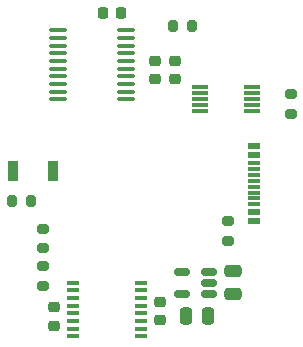
<source format=gbr>
%TF.GenerationSoftware,KiCad,Pcbnew,8.0.0*%
%TF.CreationDate,2024-05-17T03:14:28+03:00*%
%TF.ProjectId,pressure_sensor_logic,70726573-7375-4726-955f-73656e736f72,rev?*%
%TF.SameCoordinates,Original*%
%TF.FileFunction,Paste,Top*%
%TF.FilePolarity,Positive*%
%FSLAX46Y46*%
G04 Gerber Fmt 4.6, Leading zero omitted, Abs format (unit mm)*
G04 Created by KiCad (PCBNEW 8.0.0) date 2024-05-17 03:14:28*
%MOMM*%
%LPD*%
G01*
G04 APERTURE LIST*
G04 Aperture macros list*
%AMRoundRect*
0 Rectangle with rounded corners*
0 $1 Rounding radius*
0 $2 $3 $4 $5 $6 $7 $8 $9 X,Y pos of 4 corners*
0 Add a 4 corners polygon primitive as box body*
4,1,4,$2,$3,$4,$5,$6,$7,$8,$9,$2,$3,0*
0 Add four circle primitives for the rounded corners*
1,1,$1+$1,$2,$3*
1,1,$1+$1,$4,$5*
1,1,$1+$1,$6,$7*
1,1,$1+$1,$8,$9*
0 Add four rect primitives between the rounded corners*
20,1,$1+$1,$2,$3,$4,$5,0*
20,1,$1+$1,$4,$5,$6,$7,0*
20,1,$1+$1,$6,$7,$8,$9,0*
20,1,$1+$1,$8,$9,$2,$3,0*%
G04 Aperture macros list end*
%ADD10R,1.000000X0.400000*%
%ADD11RoundRect,0.225000X0.250000X-0.225000X0.250000X0.225000X-0.250000X0.225000X-0.250000X-0.225000X0*%
%ADD12RoundRect,0.100000X0.637500X0.100000X-0.637500X0.100000X-0.637500X-0.100000X0.637500X-0.100000X0*%
%ADD13RoundRect,0.250000X-0.250000X-0.475000X0.250000X-0.475000X0.250000X0.475000X-0.250000X0.475000X0*%
%ADD14RoundRect,0.150000X0.512500X0.150000X-0.512500X0.150000X-0.512500X-0.150000X0.512500X-0.150000X0*%
%ADD15RoundRect,0.225000X-0.250000X0.225000X-0.250000X-0.225000X0.250000X-0.225000X0.250000X0.225000X0*%
%ADD16RoundRect,0.250000X-0.475000X0.250000X-0.475000X-0.250000X0.475000X-0.250000X0.475000X0.250000X0*%
%ADD17RoundRect,0.200000X-0.275000X0.200000X-0.275000X-0.200000X0.275000X-0.200000X0.275000X0.200000X0*%
%ADD18RoundRect,0.200000X-0.200000X-0.275000X0.200000X-0.275000X0.200000X0.275000X-0.200000X0.275000X0*%
%ADD19RoundRect,0.200000X0.275000X-0.200000X0.275000X0.200000X-0.275000X0.200000X-0.275000X-0.200000X0*%
%ADD20R,1.400000X0.300000*%
%ADD21R,0.900000X1.700000*%
%ADD22RoundRect,0.225000X0.225000X0.250000X-0.225000X0.250000X-0.225000X-0.250000X0.225000X-0.250000X0*%
%ADD23R,1.140000X0.600000*%
%ADD24R,1.140000X0.300000*%
G04 APERTURE END LIST*
D10*
%TO.C,D1*%
X43900006Y-58300006D03*
X43900004Y-58950006D03*
X43900006Y-59600007D03*
X43900006Y-60250009D03*
X43899996Y-60899996D03*
X43900002Y-61550008D03*
X43900003Y-62200008D03*
X43900004Y-62850004D03*
X49700002Y-62850004D03*
X49700004Y-62200004D03*
X49700002Y-61550003D03*
X49700002Y-60900001D03*
X49700012Y-60250014D03*
X49700006Y-59600002D03*
X49700005Y-58950002D03*
X49700004Y-58300006D03*
%TD*%
D11*
%TO.C,C19*%
X52550002Y-41100003D03*
X52550002Y-39550001D03*
%TD*%
D12*
%TO.C,U4*%
X48400001Y-42775003D03*
X48400002Y-42125003D03*
X48400002Y-41475003D03*
X48400002Y-40825003D03*
X48400001Y-40175002D03*
X48400001Y-39525004D03*
X48400002Y-38875003D03*
X48400002Y-38225004D03*
X48400001Y-37575002D03*
X48400006Y-36925004D03*
X42675003Y-36925003D03*
X42675002Y-37575003D03*
X42675002Y-38225003D03*
X42675002Y-38875003D03*
X42675003Y-39525004D03*
X42675003Y-40175002D03*
X42675002Y-40825003D03*
X42675002Y-41475002D03*
X42675003Y-42125004D03*
X42674998Y-42775002D03*
%TD*%
D13*
%TO.C,C17*%
X53450004Y-61150005D03*
X55350002Y-61150005D03*
%TD*%
D14*
%TO.C,U3*%
X55450000Y-59300006D03*
X55450000Y-58350006D03*
X55450000Y-57400006D03*
X53175000Y-57400006D03*
X53175000Y-59300006D03*
%TD*%
D15*
%TO.C,C4*%
X51250003Y-59909878D03*
X51250003Y-61459880D03*
%TD*%
D16*
%TO.C,C16*%
X57450002Y-57350005D03*
X57450002Y-59250003D03*
%TD*%
D17*
%TO.C,R14*%
X41350002Y-56925003D03*
X41350002Y-58575003D03*
%TD*%
D18*
%TO.C,R9*%
X38750002Y-51425003D03*
X40400002Y-51425003D03*
%TD*%
D11*
%TO.C,C3*%
X42300002Y-61950003D03*
X42300002Y-60400001D03*
%TD*%
D19*
%TO.C,R1*%
X62350002Y-44000003D03*
X62350002Y-42350003D03*
%TD*%
D20*
%TO.C,U5*%
X59050007Y-43750001D03*
X59050002Y-43250003D03*
X59050002Y-42750003D03*
X59050004Y-42250007D03*
X59050003Y-41750002D03*
X54649997Y-41750005D03*
X54650002Y-42250003D03*
X54650002Y-42750003D03*
X54650000Y-43249999D03*
X54650001Y-43750004D03*
%TD*%
D21*
%TO.C,SW2*%
X38825002Y-48850003D03*
X42225002Y-48850003D03*
%TD*%
D19*
%TO.C,R15*%
X41375002Y-55400003D03*
X41375002Y-53750003D03*
%TD*%
D22*
%TO.C,C20*%
X47975004Y-35500003D03*
X46425002Y-35500003D03*
%TD*%
D11*
%TO.C,C18*%
X50900002Y-41100003D03*
X50900002Y-39550001D03*
%TD*%
D23*
%TO.C,J11*%
X59250003Y-53125003D03*
X59250003Y-52325004D03*
D24*
X59250003Y-51175003D03*
X59250002Y-50175003D03*
X59250003Y-49675004D03*
X59250004Y-48675003D03*
D23*
X59250003Y-46725003D03*
X59250004Y-47525002D03*
D24*
X59250002Y-48175003D03*
X59250002Y-49175002D03*
X59250004Y-50675004D03*
X59250003Y-51675003D03*
%TD*%
D17*
%TO.C,R2*%
X57000002Y-53100003D03*
X57000002Y-54750003D03*
%TD*%
D18*
%TO.C,R10*%
X52350002Y-36600003D03*
X54000002Y-36600003D03*
%TD*%
M02*

</source>
